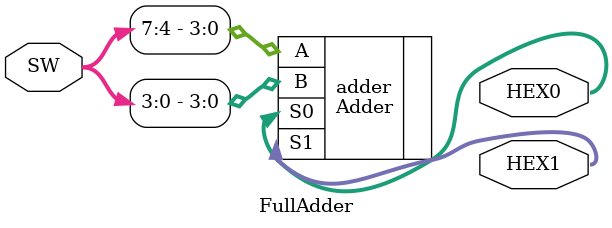
<source format=v>
module FullAdder(
	input [7:0] SW,
	output [6:0] HEX0,
	output [6:0] HEX1
);

    Adder adder(
        .A(SW[7:4]),      // Top 4 bits (A)
        .B(SW[3:0]),      // Bottom 4 bits (B)
        .S0(HEX0),        // Ones place output to HEX0
        .S1(HEX1)         // Tens place output to HEX1
    );

endmodule
</source>
